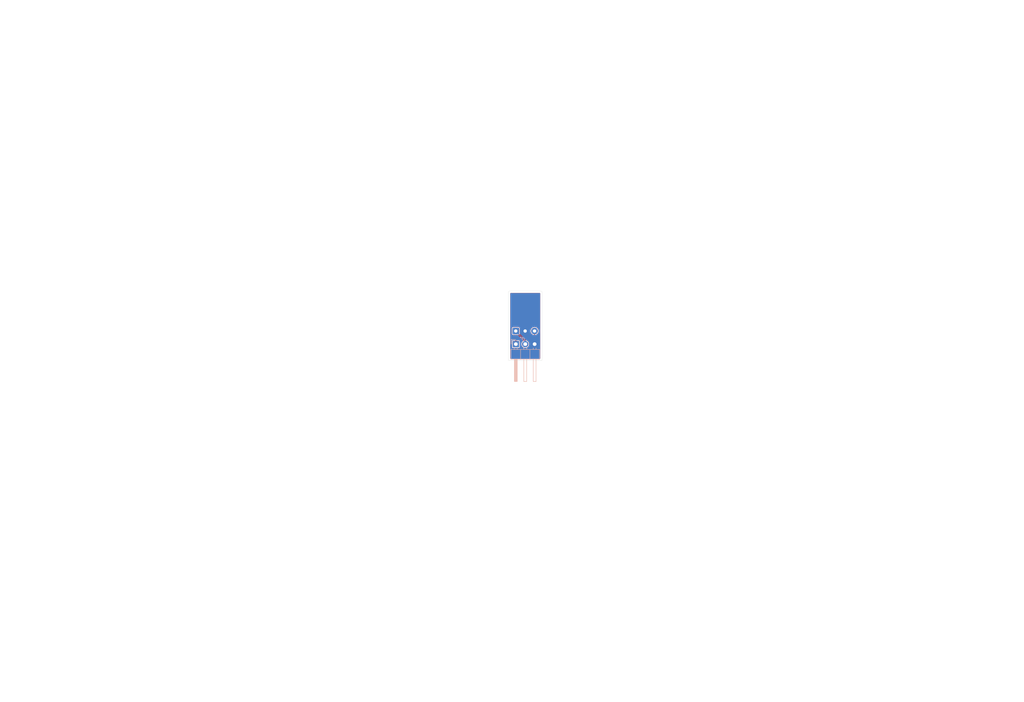
<source format=kicad_pcb>
(kicad_pcb (version 20240108) (generator "pcbnew") (generator_version "8.0")
  (layers (0 "F.Cu" signal) (31 "B.Cu" signal) (34 "B.Paste" user) (35 "F.Paste" user) (36 "B.SilkS" user "B.Silkscreen") (37 "F.SilkS" user "F.Silkscreen") (38 "B.Mask" user) (39 "F.Mask" user) (44 "Edge.Cuts" user))
  (net 0 "")
  (net 1 "GNDREF")
  (net 2 "+3V3")
  (net 3 "Net-(J1-Pin_2)")
  (footprint "OptoDevice:Vishay_MINICAST-3Pin" (layer "F.Cu") (at 149.497501 99.599999)
    (property "Reference" "U1" (hide yes))
    (property "Value" "TSSP58038")
    (pad "1" thru_hole roundrect (at 0 0) (size 1.8 1.8) (drill 0.9) (layers "*.Cu" "*.Mask") (roundrect_rratio 0.139) (net 3 "Net-(J1-Pin_2)"))
    (pad "2" thru_hole circle (at 2.54 0) (size 1.8 1.8) (drill 0.9) (layers "*.Cu" "*.Mask") (net 1 "GNDREF"))
    (pad "3" thru_hole circle (at 5.08 0) (size 1.8 1.8) (drill 0.9) (layers "*.Cu" "*.Mask") (net 2 "+3V3"))
  )
  (footprint "Connector_PinHeader_2.54mm:PinHeader_1x03_P2.54mm_Horizontal" (layer "B.Cu") (at 149.522501 103.149999 -90)
    (property "Reference" "J1" (hide yes))
    (property "Value" "Conn_01x03")
    (fp_line (start 1.44 1.33) (end 4.1 1.33) (stroke (width 0.12)) (layer "B.SilkS"))
    (fp_line (start 4.1 1.33) (end 4.1 -6.41) (stroke (width 0.12)) (layer "B.SilkS"))
    (fp_line (start 0 1.270001) (end -1.27 1.27) (stroke (width 0.12)) (layer "B.SilkS"))
    (fp_line (start -1.27 1.27) (end -1.270001 0) (stroke (width 0.12)) (layer "B.SilkS"))
    (fp_line (start 1.44 0.38) (end 1.11 0.38) (stroke (width 0.12)) (layer "B.SilkS"))
    (fp_line (start 10.1 0.38) (end 4.1 0.38) (stroke (width 0.12)) (layer "B.SilkS"))
    (fp_line (start 10.1 0.32) (end 4.1 0.32) (stroke (width 0.12)) (layer "B.SilkS"))
    (fp_line (start 10.1 0.2) (end 4.1 0.2) (stroke (width 0.12)) (layer "B.SilkS"))
    (fp_line (start 10.1 0.08) (end 4.1 0.08) (stroke (width 0.12)) (layer "B.SilkS"))
    (fp_line (start 10.1 -0.04) (end 4.1 -0.04) (stroke (width 0.12)) (layer "B.SilkS"))
    (fp_line (start 10.1 -0.160001) (end 4.1 -0.16) (stroke (width 0.12)) (layer "B.SilkS"))
    (fp_line (start 10.1 -0.279999) (end 4.1 -0.28) (stroke (width 0.12)) (layer "B.SilkS"))
    (fp_line (start 1.44 -0.38) (end 1.11 -0.38) (stroke (width 0.12)) (layer "B.SilkS"))
    (fp_line (start 4.1 -0.38) (end 10.1 -0.38) (stroke (width 0.12)) (layer "B.SilkS"))
    (fp_line (start 10.1 -0.38) (end 10.1 0.38) (stroke (width 0.12)) (layer "B.SilkS"))
    (fp_line (start 4.1 -1.27) (end 1.44 -1.27) (stroke (width 0.12)) (layer "B.SilkS"))
    (fp_line (start 1.44 -2.16) (end 1.042929 -2.16) (stroke (width 0.12)) (layer "B.SilkS"))
    (fp_line (start 10.1 -2.16) (end 4.1 -2.16) (stroke (width 0.12)) (layer "B.SilkS"))
    (fp_line (start 1.44 -2.92) (end 1.042929 -2.92) (stroke (width 0.12)) (layer "B.SilkS"))
    (fp_line (start 4.1 -2.92) (end 10.1 -2.92) (stroke (width 0.12)) (layer "B.SilkS"))
    (fp_line (start 10.1 -2.92) (end 10.1 -2.16) (stroke (width 0.12)) (layer "B.SilkS"))
    (fp_line (start 4.1 -3.81) (end 1.44 -3.81) (stroke (width 0.12)) (layer "B.SilkS"))
    (fp_line (start 10.1 -4.699999) (end 4.1 -4.7) (stroke (width 0.12)) (layer "B.SilkS"))
    (fp_line (start 1.44 -4.7) (end 1.042929 -4.7) (stroke (width 0.12)) (layer "B.SilkS"))
    (fp_line (start 1.44 -5.46) (end 1.042929 -5.46) (stroke (width 0.12)) (layer "B.SilkS"))
    (fp_line (start 4.1 -5.46) (end 10.1 -5.460001) (stroke (width 0.12)) (layer "B.SilkS"))
    (fp_line (start 10.1 -5.460001) (end 10.1 -4.699999) (stroke (width 0.12)) (layer "B.SilkS"))
    (fp_line (start 1.44 -6.41) (end 1.44 1.33) (stroke (width 0.12)) (layer "B.SilkS"))
    (fp_line (start 4.1 -6.41) (end 1.44 -6.41) (stroke (width 0.12)) (layer "B.SilkS"))
    (pad "1" thru_hole rect (at 0 0 270) (size 1.7 1.7) (drill 1) (layers "*.Cu" "*.Mask") (net 2 "+3V3"))
    (pad "2" thru_hole oval (at 0 -2.54 270) (size 1.7 1.7) (drill 1) (layers "*.Cu" "*.Mask") (net 3 "Net-(J1-Pin_2)"))
    (pad "3" thru_hole oval (at 0 -5.079999 270) (size 1.7 1.7) (drill 1) (layers "*.Cu" "*.Mask") (net 1 "GNDREF"))
  )
  (gr_arc (start 147.725 107.625) (mid 147.583579 107.566421) (end 147.525 107.425) (stroke (width 0.05)) (layer "Edge.Cuts"))
  (gr_line (start 156.400002 107.625) (end 147.725 107.625) (stroke (width 0.05)) (layer "Edge.Cuts"))
  (gr_arc (start 156.600002 107.425) (mid 156.541423 107.566422) (end 156.400002 107.625) (stroke (width 0.05)) (layer "Edge.Cuts"))
  (gr_line (start 147.525 107.425) (end 147.525 89.024998) (stroke (width 0.05)) (layer "Edge.Cuts"))
  (gr_line (start 147.725 88.824998) (end 156.400002 88.824998) (stroke (width 0.05)) (layer "Edge.Cuts"))
  (gr_line (start 156.600002 89.024998) (end 156.600002 107.425) (stroke (width 0.05)) (layer "Edge.Cuts"))
  (gr_arc (start 156.400002 88.824998) (mid 156.541423 88.883577) (end 156.600002 89.024998) (stroke (width 0.05)) (layer "Edge.Cuts"))
  (gr_arc (start 147.525 89.024998) (mid 147.583579 88.883577) (end 147.725 88.824998) (stroke (width 0.05)) (layer "Edge.Cuts"))
  (segment (start 154.577501 100.959999) (end 154.577501 99.599999) (width 0.2) (layer "F.Cu") (net 2))
  (segment (start 149.522501 103.149999) (end 149.522501 101.814999) (width 0.2) (layer "F.Cu") (net 2))
  (segment (start 149.787501 101.549999) (end 153.987501 101.549999) (width 0.2) (layer "F.Cu") (net 2))
  (segment (start 153.987501 101.549999) (end 154.577501 100.959999) (width 0.2) (layer "F.Cu") (net 2))
  (segment (start 149.522501 101.814999) (end 149.787501 101.549999) (width 0.2) (layer "F.Cu") (net 2))
  (segment (start 149.497501 99.599999) (end 149.497501 99.709999) (width 0.2) (layer "B.Cu") (net 3))
  (segment (start 149.497501 99.709999) (end 152.062501 102.274999) (width 0.2) (layer "B.Cu") (net 3))
  (segment (start 152.062501 102.274999) (end 152.062501 103.149999) (width 0.2) (layer "B.Cu") (net 3))
  (zone (net 1) (net_name "GNDREF") (layers "F&B.Cu") (connect_pads yes (clearance 0.2)) (min_thickness 0.2) (fill yes (thermal_gap 0.5) (thermal_bridge_width 0.5) (smoothing fillet) (radius 0.2) (island_removal_mode 1) (island_area_min 10))
    (polygon (pts (xy 9.987501 9.999999) (xy 286.987501 9.999999) (xy 286.987501 199.999999) (xy 9.987501 199.999999)))
  )
)
</source>
